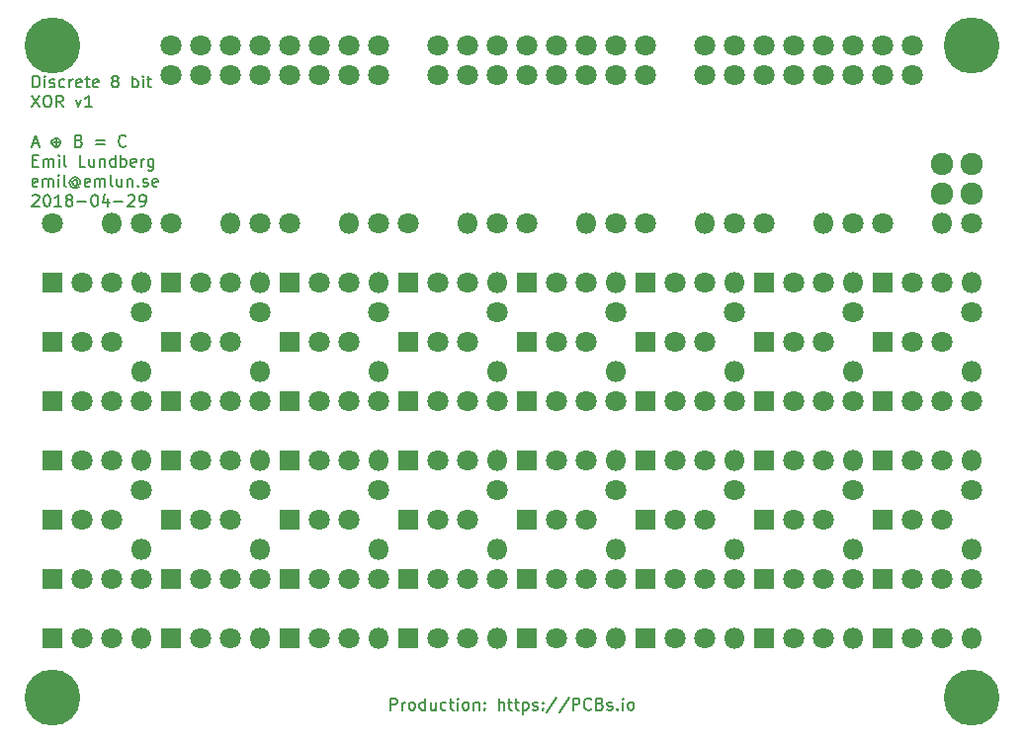
<source format=gts>
G04 #@! TF.FileFunction,Soldermask,Top*
%FSLAX46Y46*%
G04 Gerber Fmt 4.6, Leading zero omitted, Abs format (unit mm)*
G04 Created by KiCad (PCBNEW 4.0.7) date Mon Apr 30 03:51:18 2018*
%MOMM*%
%LPD*%
G01*
G04 APERTURE LIST*
%ADD10C,0.100000*%
%ADD11C,0.200000*%
%ADD12C,1.924000*%
%ADD13C,1.800000*%
%ADD14R,1.800000X1.800000*%
%ADD15O,1.800000X1.800000*%
%ADD16C,4.800000*%
G04 APERTURE END LIST*
D10*
D11*
X56905238Y-84907381D02*
X56905238Y-83907381D01*
X57286191Y-83907381D01*
X57381429Y-83955000D01*
X57429048Y-84002619D01*
X57476667Y-84097857D01*
X57476667Y-84240714D01*
X57429048Y-84335952D01*
X57381429Y-84383571D01*
X57286191Y-84431190D01*
X56905238Y-84431190D01*
X57905238Y-84907381D02*
X57905238Y-84240714D01*
X57905238Y-84431190D02*
X57952857Y-84335952D01*
X58000476Y-84288333D01*
X58095714Y-84240714D01*
X58190953Y-84240714D01*
X58667143Y-84907381D02*
X58571905Y-84859762D01*
X58524286Y-84812143D01*
X58476667Y-84716905D01*
X58476667Y-84431190D01*
X58524286Y-84335952D01*
X58571905Y-84288333D01*
X58667143Y-84240714D01*
X58810001Y-84240714D01*
X58905239Y-84288333D01*
X58952858Y-84335952D01*
X59000477Y-84431190D01*
X59000477Y-84716905D01*
X58952858Y-84812143D01*
X58905239Y-84859762D01*
X58810001Y-84907381D01*
X58667143Y-84907381D01*
X59857620Y-84907381D02*
X59857620Y-83907381D01*
X59857620Y-84859762D02*
X59762382Y-84907381D01*
X59571905Y-84907381D01*
X59476667Y-84859762D01*
X59429048Y-84812143D01*
X59381429Y-84716905D01*
X59381429Y-84431190D01*
X59429048Y-84335952D01*
X59476667Y-84288333D01*
X59571905Y-84240714D01*
X59762382Y-84240714D01*
X59857620Y-84288333D01*
X60762382Y-84240714D02*
X60762382Y-84907381D01*
X60333810Y-84240714D02*
X60333810Y-84764524D01*
X60381429Y-84859762D01*
X60476667Y-84907381D01*
X60619525Y-84907381D01*
X60714763Y-84859762D01*
X60762382Y-84812143D01*
X61667144Y-84859762D02*
X61571906Y-84907381D01*
X61381429Y-84907381D01*
X61286191Y-84859762D01*
X61238572Y-84812143D01*
X61190953Y-84716905D01*
X61190953Y-84431190D01*
X61238572Y-84335952D01*
X61286191Y-84288333D01*
X61381429Y-84240714D01*
X61571906Y-84240714D01*
X61667144Y-84288333D01*
X61952858Y-84240714D02*
X62333810Y-84240714D01*
X62095715Y-83907381D02*
X62095715Y-84764524D01*
X62143334Y-84859762D01*
X62238572Y-84907381D01*
X62333810Y-84907381D01*
X62667144Y-84907381D02*
X62667144Y-84240714D01*
X62667144Y-83907381D02*
X62619525Y-83955000D01*
X62667144Y-84002619D01*
X62714763Y-83955000D01*
X62667144Y-83907381D01*
X62667144Y-84002619D01*
X63286191Y-84907381D02*
X63190953Y-84859762D01*
X63143334Y-84812143D01*
X63095715Y-84716905D01*
X63095715Y-84431190D01*
X63143334Y-84335952D01*
X63190953Y-84288333D01*
X63286191Y-84240714D01*
X63429049Y-84240714D01*
X63524287Y-84288333D01*
X63571906Y-84335952D01*
X63619525Y-84431190D01*
X63619525Y-84716905D01*
X63571906Y-84812143D01*
X63524287Y-84859762D01*
X63429049Y-84907381D01*
X63286191Y-84907381D01*
X64048096Y-84240714D02*
X64048096Y-84907381D01*
X64048096Y-84335952D02*
X64095715Y-84288333D01*
X64190953Y-84240714D01*
X64333811Y-84240714D01*
X64429049Y-84288333D01*
X64476668Y-84383571D01*
X64476668Y-84907381D01*
X64952858Y-84812143D02*
X65000477Y-84859762D01*
X64952858Y-84907381D01*
X64905239Y-84859762D01*
X64952858Y-84812143D01*
X64952858Y-84907381D01*
X64952858Y-84288333D02*
X65000477Y-84335952D01*
X64952858Y-84383571D01*
X64905239Y-84335952D01*
X64952858Y-84288333D01*
X64952858Y-84383571D01*
X66190953Y-84907381D02*
X66190953Y-83907381D01*
X66619525Y-84907381D02*
X66619525Y-84383571D01*
X66571906Y-84288333D01*
X66476668Y-84240714D01*
X66333810Y-84240714D01*
X66238572Y-84288333D01*
X66190953Y-84335952D01*
X66952858Y-84240714D02*
X67333810Y-84240714D01*
X67095715Y-83907381D02*
X67095715Y-84764524D01*
X67143334Y-84859762D01*
X67238572Y-84907381D01*
X67333810Y-84907381D01*
X67524287Y-84240714D02*
X67905239Y-84240714D01*
X67667144Y-83907381D02*
X67667144Y-84764524D01*
X67714763Y-84859762D01*
X67810001Y-84907381D01*
X67905239Y-84907381D01*
X68238573Y-84240714D02*
X68238573Y-85240714D01*
X68238573Y-84288333D02*
X68333811Y-84240714D01*
X68524288Y-84240714D01*
X68619526Y-84288333D01*
X68667145Y-84335952D01*
X68714764Y-84431190D01*
X68714764Y-84716905D01*
X68667145Y-84812143D01*
X68619526Y-84859762D01*
X68524288Y-84907381D01*
X68333811Y-84907381D01*
X68238573Y-84859762D01*
X69095716Y-84859762D02*
X69190954Y-84907381D01*
X69381430Y-84907381D01*
X69476669Y-84859762D01*
X69524288Y-84764524D01*
X69524288Y-84716905D01*
X69476669Y-84621667D01*
X69381430Y-84574048D01*
X69238573Y-84574048D01*
X69143335Y-84526429D01*
X69095716Y-84431190D01*
X69095716Y-84383571D01*
X69143335Y-84288333D01*
X69238573Y-84240714D01*
X69381430Y-84240714D01*
X69476669Y-84288333D01*
X69952859Y-84812143D02*
X70000478Y-84859762D01*
X69952859Y-84907381D01*
X69905240Y-84859762D01*
X69952859Y-84812143D01*
X69952859Y-84907381D01*
X69952859Y-84288333D02*
X70000478Y-84335952D01*
X69952859Y-84383571D01*
X69905240Y-84335952D01*
X69952859Y-84288333D01*
X69952859Y-84383571D01*
X71143335Y-83859762D02*
X70286192Y-85145476D01*
X72190954Y-83859762D02*
X71333811Y-85145476D01*
X72524287Y-84907381D02*
X72524287Y-83907381D01*
X72905240Y-83907381D01*
X73000478Y-83955000D01*
X73048097Y-84002619D01*
X73095716Y-84097857D01*
X73095716Y-84240714D01*
X73048097Y-84335952D01*
X73000478Y-84383571D01*
X72905240Y-84431190D01*
X72524287Y-84431190D01*
X74095716Y-84812143D02*
X74048097Y-84859762D01*
X73905240Y-84907381D01*
X73810002Y-84907381D01*
X73667144Y-84859762D01*
X73571906Y-84764524D01*
X73524287Y-84669286D01*
X73476668Y-84478810D01*
X73476668Y-84335952D01*
X73524287Y-84145476D01*
X73571906Y-84050238D01*
X73667144Y-83955000D01*
X73810002Y-83907381D01*
X73905240Y-83907381D01*
X74048097Y-83955000D01*
X74095716Y-84002619D01*
X74857621Y-84383571D02*
X75000478Y-84431190D01*
X75048097Y-84478810D01*
X75095716Y-84574048D01*
X75095716Y-84716905D01*
X75048097Y-84812143D01*
X75000478Y-84859762D01*
X74905240Y-84907381D01*
X74524287Y-84907381D01*
X74524287Y-83907381D01*
X74857621Y-83907381D01*
X74952859Y-83955000D01*
X75000478Y-84002619D01*
X75048097Y-84097857D01*
X75048097Y-84193095D01*
X75000478Y-84288333D01*
X74952859Y-84335952D01*
X74857621Y-84383571D01*
X74524287Y-84383571D01*
X75476668Y-84859762D02*
X75571906Y-84907381D01*
X75762382Y-84907381D01*
X75857621Y-84859762D01*
X75905240Y-84764524D01*
X75905240Y-84716905D01*
X75857621Y-84621667D01*
X75762382Y-84574048D01*
X75619525Y-84574048D01*
X75524287Y-84526429D01*
X75476668Y-84431190D01*
X75476668Y-84383571D01*
X75524287Y-84288333D01*
X75619525Y-84240714D01*
X75762382Y-84240714D01*
X75857621Y-84288333D01*
X76333811Y-84812143D02*
X76381430Y-84859762D01*
X76333811Y-84907381D01*
X76286192Y-84859762D01*
X76333811Y-84812143D01*
X76333811Y-84907381D01*
X76810001Y-84907381D02*
X76810001Y-84240714D01*
X76810001Y-83907381D02*
X76762382Y-83955000D01*
X76810001Y-84002619D01*
X76857620Y-83955000D01*
X76810001Y-83907381D01*
X76810001Y-84002619D01*
X77429048Y-84907381D02*
X77333810Y-84859762D01*
X77286191Y-84812143D01*
X77238572Y-84716905D01*
X77238572Y-84431190D01*
X77286191Y-84335952D01*
X77333810Y-84288333D01*
X77429048Y-84240714D01*
X77571906Y-84240714D01*
X77667144Y-84288333D01*
X77714763Y-84335952D01*
X77762382Y-84431190D01*
X77762382Y-84716905D01*
X77714763Y-84812143D01*
X77667144Y-84859762D01*
X77571906Y-84907381D01*
X77429048Y-84907381D01*
X26273095Y-31547381D02*
X26273095Y-30547381D01*
X26511190Y-30547381D01*
X26654048Y-30595000D01*
X26749286Y-30690238D01*
X26796905Y-30785476D01*
X26844524Y-30975952D01*
X26844524Y-31118810D01*
X26796905Y-31309286D01*
X26749286Y-31404524D01*
X26654048Y-31499762D01*
X26511190Y-31547381D01*
X26273095Y-31547381D01*
X27273095Y-31547381D02*
X27273095Y-30880714D01*
X27273095Y-30547381D02*
X27225476Y-30595000D01*
X27273095Y-30642619D01*
X27320714Y-30595000D01*
X27273095Y-30547381D01*
X27273095Y-30642619D01*
X27701666Y-31499762D02*
X27796904Y-31547381D01*
X27987380Y-31547381D01*
X28082619Y-31499762D01*
X28130238Y-31404524D01*
X28130238Y-31356905D01*
X28082619Y-31261667D01*
X27987380Y-31214048D01*
X27844523Y-31214048D01*
X27749285Y-31166429D01*
X27701666Y-31071190D01*
X27701666Y-31023571D01*
X27749285Y-30928333D01*
X27844523Y-30880714D01*
X27987380Y-30880714D01*
X28082619Y-30928333D01*
X28987381Y-31499762D02*
X28892143Y-31547381D01*
X28701666Y-31547381D01*
X28606428Y-31499762D01*
X28558809Y-31452143D01*
X28511190Y-31356905D01*
X28511190Y-31071190D01*
X28558809Y-30975952D01*
X28606428Y-30928333D01*
X28701666Y-30880714D01*
X28892143Y-30880714D01*
X28987381Y-30928333D01*
X29415952Y-31547381D02*
X29415952Y-30880714D01*
X29415952Y-31071190D02*
X29463571Y-30975952D01*
X29511190Y-30928333D01*
X29606428Y-30880714D01*
X29701667Y-30880714D01*
X30415953Y-31499762D02*
X30320715Y-31547381D01*
X30130238Y-31547381D01*
X30035000Y-31499762D01*
X29987381Y-31404524D01*
X29987381Y-31023571D01*
X30035000Y-30928333D01*
X30130238Y-30880714D01*
X30320715Y-30880714D01*
X30415953Y-30928333D01*
X30463572Y-31023571D01*
X30463572Y-31118810D01*
X29987381Y-31214048D01*
X30749286Y-30880714D02*
X31130238Y-30880714D01*
X30892143Y-30547381D02*
X30892143Y-31404524D01*
X30939762Y-31499762D01*
X31035000Y-31547381D01*
X31130238Y-31547381D01*
X31844525Y-31499762D02*
X31749287Y-31547381D01*
X31558810Y-31547381D01*
X31463572Y-31499762D01*
X31415953Y-31404524D01*
X31415953Y-31023571D01*
X31463572Y-30928333D01*
X31558810Y-30880714D01*
X31749287Y-30880714D01*
X31844525Y-30928333D01*
X31892144Y-31023571D01*
X31892144Y-31118810D01*
X31415953Y-31214048D01*
X33225477Y-30975952D02*
X33130239Y-30928333D01*
X33082620Y-30880714D01*
X33035001Y-30785476D01*
X33035001Y-30737857D01*
X33082620Y-30642619D01*
X33130239Y-30595000D01*
X33225477Y-30547381D01*
X33415954Y-30547381D01*
X33511192Y-30595000D01*
X33558811Y-30642619D01*
X33606430Y-30737857D01*
X33606430Y-30785476D01*
X33558811Y-30880714D01*
X33511192Y-30928333D01*
X33415954Y-30975952D01*
X33225477Y-30975952D01*
X33130239Y-31023571D01*
X33082620Y-31071190D01*
X33035001Y-31166429D01*
X33035001Y-31356905D01*
X33082620Y-31452143D01*
X33130239Y-31499762D01*
X33225477Y-31547381D01*
X33415954Y-31547381D01*
X33511192Y-31499762D01*
X33558811Y-31452143D01*
X33606430Y-31356905D01*
X33606430Y-31166429D01*
X33558811Y-31071190D01*
X33511192Y-31023571D01*
X33415954Y-30975952D01*
X34796906Y-31547381D02*
X34796906Y-30547381D01*
X34796906Y-30928333D02*
X34892144Y-30880714D01*
X35082621Y-30880714D01*
X35177859Y-30928333D01*
X35225478Y-30975952D01*
X35273097Y-31071190D01*
X35273097Y-31356905D01*
X35225478Y-31452143D01*
X35177859Y-31499762D01*
X35082621Y-31547381D01*
X34892144Y-31547381D01*
X34796906Y-31499762D01*
X35701668Y-31547381D02*
X35701668Y-30880714D01*
X35701668Y-30547381D02*
X35654049Y-30595000D01*
X35701668Y-30642619D01*
X35749287Y-30595000D01*
X35701668Y-30547381D01*
X35701668Y-30642619D01*
X36035001Y-30880714D02*
X36415953Y-30880714D01*
X36177858Y-30547381D02*
X36177858Y-31404524D01*
X36225477Y-31499762D01*
X36320715Y-31547381D01*
X36415953Y-31547381D01*
X26177857Y-32247381D02*
X26844524Y-33247381D01*
X26844524Y-32247381D02*
X26177857Y-33247381D01*
X27415952Y-32247381D02*
X27606429Y-32247381D01*
X27701667Y-32295000D01*
X27796905Y-32390238D01*
X27844524Y-32580714D01*
X27844524Y-32914048D01*
X27796905Y-33104524D01*
X27701667Y-33199762D01*
X27606429Y-33247381D01*
X27415952Y-33247381D01*
X27320714Y-33199762D01*
X27225476Y-33104524D01*
X27177857Y-32914048D01*
X27177857Y-32580714D01*
X27225476Y-32390238D01*
X27320714Y-32295000D01*
X27415952Y-32247381D01*
X28844524Y-33247381D02*
X28511190Y-32771190D01*
X28273095Y-33247381D02*
X28273095Y-32247381D01*
X28654048Y-32247381D01*
X28749286Y-32295000D01*
X28796905Y-32342619D01*
X28844524Y-32437857D01*
X28844524Y-32580714D01*
X28796905Y-32675952D01*
X28749286Y-32723571D01*
X28654048Y-32771190D01*
X28273095Y-32771190D01*
X29939762Y-32580714D02*
X30177857Y-33247381D01*
X30415953Y-32580714D01*
X31320715Y-33247381D02*
X30749286Y-33247381D01*
X31035000Y-33247381D02*
X31035000Y-32247381D01*
X30939762Y-32390238D01*
X30844524Y-32485476D01*
X30749286Y-32533095D01*
X26225476Y-36361667D02*
X26701667Y-36361667D01*
X26130238Y-36647381D02*
X26463571Y-35647381D01*
X26796905Y-36647381D01*
X28177858Y-35885476D02*
X28368334Y-35885476D01*
X28558810Y-35980714D01*
X28654048Y-36171190D01*
X28654048Y-36361667D01*
X28558810Y-36552143D01*
X28368334Y-36647381D01*
X28177858Y-36647381D01*
X27987381Y-36552143D01*
X27892143Y-36361667D01*
X27892143Y-36171190D01*
X27987381Y-35980714D01*
X28177858Y-35885476D01*
X27987381Y-36266429D02*
X28558810Y-36266429D01*
X28273096Y-35980714D02*
X28273096Y-36552143D01*
X30225477Y-36123571D02*
X30368334Y-36171190D01*
X30415953Y-36218810D01*
X30463572Y-36314048D01*
X30463572Y-36456905D01*
X30415953Y-36552143D01*
X30368334Y-36599762D01*
X30273096Y-36647381D01*
X29892143Y-36647381D01*
X29892143Y-35647381D01*
X30225477Y-35647381D01*
X30320715Y-35695000D01*
X30368334Y-35742619D01*
X30415953Y-35837857D01*
X30415953Y-35933095D01*
X30368334Y-36028333D01*
X30320715Y-36075952D01*
X30225477Y-36123571D01*
X29892143Y-36123571D01*
X31654048Y-36123571D02*
X32415953Y-36123571D01*
X32415953Y-36409286D02*
X31654048Y-36409286D01*
X34225477Y-36552143D02*
X34177858Y-36599762D01*
X34035001Y-36647381D01*
X33939763Y-36647381D01*
X33796905Y-36599762D01*
X33701667Y-36504524D01*
X33654048Y-36409286D01*
X33606429Y-36218810D01*
X33606429Y-36075952D01*
X33654048Y-35885476D01*
X33701667Y-35790238D01*
X33796905Y-35695000D01*
X33939763Y-35647381D01*
X34035001Y-35647381D01*
X34177858Y-35695000D01*
X34225477Y-35742619D01*
X26273095Y-37823571D02*
X26606429Y-37823571D01*
X26749286Y-38347381D02*
X26273095Y-38347381D01*
X26273095Y-37347381D01*
X26749286Y-37347381D01*
X27177857Y-38347381D02*
X27177857Y-37680714D01*
X27177857Y-37775952D02*
X27225476Y-37728333D01*
X27320714Y-37680714D01*
X27463572Y-37680714D01*
X27558810Y-37728333D01*
X27606429Y-37823571D01*
X27606429Y-38347381D01*
X27606429Y-37823571D02*
X27654048Y-37728333D01*
X27749286Y-37680714D01*
X27892143Y-37680714D01*
X27987381Y-37728333D01*
X28035000Y-37823571D01*
X28035000Y-38347381D01*
X28511190Y-38347381D02*
X28511190Y-37680714D01*
X28511190Y-37347381D02*
X28463571Y-37395000D01*
X28511190Y-37442619D01*
X28558809Y-37395000D01*
X28511190Y-37347381D01*
X28511190Y-37442619D01*
X29130237Y-38347381D02*
X29034999Y-38299762D01*
X28987380Y-38204524D01*
X28987380Y-37347381D01*
X30749286Y-38347381D02*
X30273095Y-38347381D01*
X30273095Y-37347381D01*
X31511191Y-37680714D02*
X31511191Y-38347381D01*
X31082619Y-37680714D02*
X31082619Y-38204524D01*
X31130238Y-38299762D01*
X31225476Y-38347381D01*
X31368334Y-38347381D01*
X31463572Y-38299762D01*
X31511191Y-38252143D01*
X31987381Y-37680714D02*
X31987381Y-38347381D01*
X31987381Y-37775952D02*
X32035000Y-37728333D01*
X32130238Y-37680714D01*
X32273096Y-37680714D01*
X32368334Y-37728333D01*
X32415953Y-37823571D01*
X32415953Y-38347381D01*
X33320715Y-38347381D02*
X33320715Y-37347381D01*
X33320715Y-38299762D02*
X33225477Y-38347381D01*
X33035000Y-38347381D01*
X32939762Y-38299762D01*
X32892143Y-38252143D01*
X32844524Y-38156905D01*
X32844524Y-37871190D01*
X32892143Y-37775952D01*
X32939762Y-37728333D01*
X33035000Y-37680714D01*
X33225477Y-37680714D01*
X33320715Y-37728333D01*
X33796905Y-38347381D02*
X33796905Y-37347381D01*
X33796905Y-37728333D02*
X33892143Y-37680714D01*
X34082620Y-37680714D01*
X34177858Y-37728333D01*
X34225477Y-37775952D01*
X34273096Y-37871190D01*
X34273096Y-38156905D01*
X34225477Y-38252143D01*
X34177858Y-38299762D01*
X34082620Y-38347381D01*
X33892143Y-38347381D01*
X33796905Y-38299762D01*
X35082620Y-38299762D02*
X34987382Y-38347381D01*
X34796905Y-38347381D01*
X34701667Y-38299762D01*
X34654048Y-38204524D01*
X34654048Y-37823571D01*
X34701667Y-37728333D01*
X34796905Y-37680714D01*
X34987382Y-37680714D01*
X35082620Y-37728333D01*
X35130239Y-37823571D01*
X35130239Y-37918810D01*
X34654048Y-38014048D01*
X35558810Y-38347381D02*
X35558810Y-37680714D01*
X35558810Y-37871190D02*
X35606429Y-37775952D01*
X35654048Y-37728333D01*
X35749286Y-37680714D01*
X35844525Y-37680714D01*
X36606430Y-37680714D02*
X36606430Y-38490238D01*
X36558811Y-38585476D01*
X36511192Y-38633095D01*
X36415953Y-38680714D01*
X36273096Y-38680714D01*
X36177858Y-38633095D01*
X36606430Y-38299762D02*
X36511192Y-38347381D01*
X36320715Y-38347381D01*
X36225477Y-38299762D01*
X36177858Y-38252143D01*
X36130239Y-38156905D01*
X36130239Y-37871190D01*
X36177858Y-37775952D01*
X36225477Y-37728333D01*
X36320715Y-37680714D01*
X36511192Y-37680714D01*
X36606430Y-37728333D01*
X26654048Y-39999762D02*
X26558810Y-40047381D01*
X26368333Y-40047381D01*
X26273095Y-39999762D01*
X26225476Y-39904524D01*
X26225476Y-39523571D01*
X26273095Y-39428333D01*
X26368333Y-39380714D01*
X26558810Y-39380714D01*
X26654048Y-39428333D01*
X26701667Y-39523571D01*
X26701667Y-39618810D01*
X26225476Y-39714048D01*
X27130238Y-40047381D02*
X27130238Y-39380714D01*
X27130238Y-39475952D02*
X27177857Y-39428333D01*
X27273095Y-39380714D01*
X27415953Y-39380714D01*
X27511191Y-39428333D01*
X27558810Y-39523571D01*
X27558810Y-40047381D01*
X27558810Y-39523571D02*
X27606429Y-39428333D01*
X27701667Y-39380714D01*
X27844524Y-39380714D01*
X27939762Y-39428333D01*
X27987381Y-39523571D01*
X27987381Y-40047381D01*
X28463571Y-40047381D02*
X28463571Y-39380714D01*
X28463571Y-39047381D02*
X28415952Y-39095000D01*
X28463571Y-39142619D01*
X28511190Y-39095000D01*
X28463571Y-39047381D01*
X28463571Y-39142619D01*
X29082618Y-40047381D02*
X28987380Y-39999762D01*
X28939761Y-39904524D01*
X28939761Y-39047381D01*
X30082619Y-39571190D02*
X30035000Y-39523571D01*
X29939762Y-39475952D01*
X29844524Y-39475952D01*
X29749286Y-39523571D01*
X29701666Y-39571190D01*
X29654047Y-39666429D01*
X29654047Y-39761667D01*
X29701666Y-39856905D01*
X29749286Y-39904524D01*
X29844524Y-39952143D01*
X29939762Y-39952143D01*
X30035000Y-39904524D01*
X30082619Y-39856905D01*
X30082619Y-39475952D02*
X30082619Y-39856905D01*
X30130238Y-39904524D01*
X30177857Y-39904524D01*
X30273095Y-39856905D01*
X30320714Y-39761667D01*
X30320714Y-39523571D01*
X30225476Y-39380714D01*
X30082619Y-39285476D01*
X29892143Y-39237857D01*
X29701666Y-39285476D01*
X29558809Y-39380714D01*
X29463571Y-39523571D01*
X29415952Y-39714048D01*
X29463571Y-39904524D01*
X29558809Y-40047381D01*
X29701666Y-40142619D01*
X29892143Y-40190238D01*
X30082619Y-40142619D01*
X30225476Y-40047381D01*
X31130238Y-39999762D02*
X31035000Y-40047381D01*
X30844523Y-40047381D01*
X30749285Y-39999762D01*
X30701666Y-39904524D01*
X30701666Y-39523571D01*
X30749285Y-39428333D01*
X30844523Y-39380714D01*
X31035000Y-39380714D01*
X31130238Y-39428333D01*
X31177857Y-39523571D01*
X31177857Y-39618810D01*
X30701666Y-39714048D01*
X31606428Y-40047381D02*
X31606428Y-39380714D01*
X31606428Y-39475952D02*
X31654047Y-39428333D01*
X31749285Y-39380714D01*
X31892143Y-39380714D01*
X31987381Y-39428333D01*
X32035000Y-39523571D01*
X32035000Y-40047381D01*
X32035000Y-39523571D02*
X32082619Y-39428333D01*
X32177857Y-39380714D01*
X32320714Y-39380714D01*
X32415952Y-39428333D01*
X32463571Y-39523571D01*
X32463571Y-40047381D01*
X33082618Y-40047381D02*
X32987380Y-39999762D01*
X32939761Y-39904524D01*
X32939761Y-39047381D01*
X33892143Y-39380714D02*
X33892143Y-40047381D01*
X33463571Y-39380714D02*
X33463571Y-39904524D01*
X33511190Y-39999762D01*
X33606428Y-40047381D01*
X33749286Y-40047381D01*
X33844524Y-39999762D01*
X33892143Y-39952143D01*
X34368333Y-39380714D02*
X34368333Y-40047381D01*
X34368333Y-39475952D02*
X34415952Y-39428333D01*
X34511190Y-39380714D01*
X34654048Y-39380714D01*
X34749286Y-39428333D01*
X34796905Y-39523571D01*
X34796905Y-40047381D01*
X35273095Y-39952143D02*
X35320714Y-39999762D01*
X35273095Y-40047381D01*
X35225476Y-39999762D01*
X35273095Y-39952143D01*
X35273095Y-40047381D01*
X35701666Y-39999762D02*
X35796904Y-40047381D01*
X35987380Y-40047381D01*
X36082619Y-39999762D01*
X36130238Y-39904524D01*
X36130238Y-39856905D01*
X36082619Y-39761667D01*
X35987380Y-39714048D01*
X35844523Y-39714048D01*
X35749285Y-39666429D01*
X35701666Y-39571190D01*
X35701666Y-39523571D01*
X35749285Y-39428333D01*
X35844523Y-39380714D01*
X35987380Y-39380714D01*
X36082619Y-39428333D01*
X36939762Y-39999762D02*
X36844524Y-40047381D01*
X36654047Y-40047381D01*
X36558809Y-39999762D01*
X36511190Y-39904524D01*
X36511190Y-39523571D01*
X36558809Y-39428333D01*
X36654047Y-39380714D01*
X36844524Y-39380714D01*
X36939762Y-39428333D01*
X36987381Y-39523571D01*
X36987381Y-39618810D01*
X36511190Y-39714048D01*
X26225476Y-40842619D02*
X26273095Y-40795000D01*
X26368333Y-40747381D01*
X26606429Y-40747381D01*
X26701667Y-40795000D01*
X26749286Y-40842619D01*
X26796905Y-40937857D01*
X26796905Y-41033095D01*
X26749286Y-41175952D01*
X26177857Y-41747381D01*
X26796905Y-41747381D01*
X27415952Y-40747381D02*
X27511191Y-40747381D01*
X27606429Y-40795000D01*
X27654048Y-40842619D01*
X27701667Y-40937857D01*
X27749286Y-41128333D01*
X27749286Y-41366429D01*
X27701667Y-41556905D01*
X27654048Y-41652143D01*
X27606429Y-41699762D01*
X27511191Y-41747381D01*
X27415952Y-41747381D01*
X27320714Y-41699762D01*
X27273095Y-41652143D01*
X27225476Y-41556905D01*
X27177857Y-41366429D01*
X27177857Y-41128333D01*
X27225476Y-40937857D01*
X27273095Y-40842619D01*
X27320714Y-40795000D01*
X27415952Y-40747381D01*
X28701667Y-41747381D02*
X28130238Y-41747381D01*
X28415952Y-41747381D02*
X28415952Y-40747381D01*
X28320714Y-40890238D01*
X28225476Y-40985476D01*
X28130238Y-41033095D01*
X29273095Y-41175952D02*
X29177857Y-41128333D01*
X29130238Y-41080714D01*
X29082619Y-40985476D01*
X29082619Y-40937857D01*
X29130238Y-40842619D01*
X29177857Y-40795000D01*
X29273095Y-40747381D01*
X29463572Y-40747381D01*
X29558810Y-40795000D01*
X29606429Y-40842619D01*
X29654048Y-40937857D01*
X29654048Y-40985476D01*
X29606429Y-41080714D01*
X29558810Y-41128333D01*
X29463572Y-41175952D01*
X29273095Y-41175952D01*
X29177857Y-41223571D01*
X29130238Y-41271190D01*
X29082619Y-41366429D01*
X29082619Y-41556905D01*
X29130238Y-41652143D01*
X29177857Y-41699762D01*
X29273095Y-41747381D01*
X29463572Y-41747381D01*
X29558810Y-41699762D01*
X29606429Y-41652143D01*
X29654048Y-41556905D01*
X29654048Y-41366429D01*
X29606429Y-41271190D01*
X29558810Y-41223571D01*
X29463572Y-41175952D01*
X30082619Y-41366429D02*
X30844524Y-41366429D01*
X31511190Y-40747381D02*
X31606429Y-40747381D01*
X31701667Y-40795000D01*
X31749286Y-40842619D01*
X31796905Y-40937857D01*
X31844524Y-41128333D01*
X31844524Y-41366429D01*
X31796905Y-41556905D01*
X31749286Y-41652143D01*
X31701667Y-41699762D01*
X31606429Y-41747381D01*
X31511190Y-41747381D01*
X31415952Y-41699762D01*
X31368333Y-41652143D01*
X31320714Y-41556905D01*
X31273095Y-41366429D01*
X31273095Y-41128333D01*
X31320714Y-40937857D01*
X31368333Y-40842619D01*
X31415952Y-40795000D01*
X31511190Y-40747381D01*
X32701667Y-41080714D02*
X32701667Y-41747381D01*
X32463571Y-40699762D02*
X32225476Y-41414048D01*
X32844524Y-41414048D01*
X33225476Y-41366429D02*
X33987381Y-41366429D01*
X34415952Y-40842619D02*
X34463571Y-40795000D01*
X34558809Y-40747381D01*
X34796905Y-40747381D01*
X34892143Y-40795000D01*
X34939762Y-40842619D01*
X34987381Y-40937857D01*
X34987381Y-41033095D01*
X34939762Y-41175952D01*
X34368333Y-41747381D01*
X34987381Y-41747381D01*
X35463571Y-41747381D02*
X35654047Y-41747381D01*
X35749286Y-41699762D01*
X35796905Y-41652143D01*
X35892143Y-41509286D01*
X35939762Y-41318810D01*
X35939762Y-40937857D01*
X35892143Y-40842619D01*
X35844524Y-40795000D01*
X35749286Y-40747381D01*
X35558809Y-40747381D01*
X35463571Y-40795000D01*
X35415952Y-40842619D01*
X35368333Y-40937857D01*
X35368333Y-41175952D01*
X35415952Y-41271190D01*
X35463571Y-41318810D01*
X35558809Y-41366429D01*
X35749286Y-41366429D01*
X35844524Y-41318810D01*
X35892143Y-41271190D01*
X35939762Y-41175952D01*
D12*
X104140000Y-38100000D03*
X106680000Y-38100000D03*
D13*
X83820000Y-30480000D03*
X86360000Y-30480000D03*
X88900000Y-30480000D03*
X91440000Y-30480000D03*
X93980000Y-30480000D03*
X96520000Y-30480000D03*
X99060000Y-30480000D03*
X101600000Y-30480000D03*
X83820000Y-27940000D03*
X86360000Y-27940000D03*
X88900000Y-27940000D03*
X91440000Y-27940000D03*
X93980000Y-27940000D03*
X96520000Y-27940000D03*
X99060000Y-27940000D03*
X101600000Y-27940000D03*
X38100000Y-30480000D03*
X40640000Y-30480000D03*
X43180000Y-30480000D03*
X45720000Y-30480000D03*
X48260000Y-30480000D03*
X50800000Y-30480000D03*
X53340000Y-30480000D03*
X55880000Y-30480000D03*
D12*
X104140000Y-40640000D03*
X106680000Y-40640000D03*
D13*
X38100000Y-27940000D03*
X40640000Y-27940000D03*
X43180000Y-27940000D03*
X45720000Y-27940000D03*
X48260000Y-27940000D03*
X50800000Y-27940000D03*
X53340000Y-27940000D03*
X55880000Y-27940000D03*
X101600000Y-58420000D03*
X104140000Y-58420000D03*
D14*
X99060000Y-58420000D03*
D13*
X101600000Y-68580000D03*
X104140000Y-68580000D03*
D14*
X99060000Y-68580000D03*
D13*
X101600000Y-63500000D03*
X104140000Y-63500000D03*
D14*
X99060000Y-63500000D03*
D13*
X101600000Y-73660000D03*
X104140000Y-73660000D03*
D14*
X99060000Y-73660000D03*
D13*
X101600000Y-78740000D03*
X104140000Y-78740000D03*
D14*
X99060000Y-78740000D03*
D13*
X101600000Y-53340000D03*
X104140000Y-53340000D03*
D14*
X99060000Y-53340000D03*
D13*
X91440000Y-58420000D03*
X93980000Y-58420000D03*
D14*
X88900000Y-58420000D03*
D13*
X91440000Y-68580000D03*
X93980000Y-68580000D03*
D14*
X88900000Y-68580000D03*
D13*
X91440000Y-63500000D03*
X93980000Y-63500000D03*
D14*
X88900000Y-63500000D03*
D13*
X91440000Y-73660000D03*
X93980000Y-73660000D03*
D14*
X88900000Y-73660000D03*
D13*
X91440000Y-78740000D03*
X93980000Y-78740000D03*
D14*
X88900000Y-78740000D03*
D13*
X91440000Y-53340000D03*
X93980000Y-53340000D03*
D14*
X88900000Y-53340000D03*
D13*
X91440000Y-48260000D03*
X93980000Y-48260000D03*
D14*
X88900000Y-48260000D03*
D13*
X81280000Y-58420000D03*
X83820000Y-58420000D03*
D14*
X78740000Y-58420000D03*
D13*
X81280000Y-68580000D03*
X83820000Y-68580000D03*
D14*
X78740000Y-68580000D03*
D13*
X81280000Y-63500000D03*
X83820000Y-63500000D03*
D14*
X78740000Y-63500000D03*
D13*
X81280000Y-73660000D03*
X83820000Y-73660000D03*
D14*
X78740000Y-73660000D03*
D13*
X81280000Y-78740000D03*
X83820000Y-78740000D03*
D14*
X78740000Y-78740000D03*
D13*
X81280000Y-53340000D03*
X83820000Y-53340000D03*
D14*
X78740000Y-53340000D03*
D13*
X81280000Y-48260000D03*
X83820000Y-48260000D03*
D14*
X78740000Y-48260000D03*
D13*
X71120000Y-58420000D03*
X73660000Y-58420000D03*
D14*
X68580000Y-58420000D03*
D13*
X71120000Y-68580000D03*
X73660000Y-68580000D03*
D14*
X68580000Y-68580000D03*
D13*
X71120000Y-63500000D03*
X73660000Y-63500000D03*
D14*
X68580000Y-63500000D03*
D13*
X71120000Y-73660000D03*
X73660000Y-73660000D03*
D14*
X68580000Y-73660000D03*
D13*
X71120000Y-78740000D03*
X73660000Y-78740000D03*
D14*
X68580000Y-78740000D03*
D13*
X71120000Y-53340000D03*
X73660000Y-53340000D03*
D14*
X68580000Y-53340000D03*
D13*
X71120000Y-48260000D03*
X73660000Y-48260000D03*
D14*
X68580000Y-48260000D03*
D13*
X60960000Y-58420000D03*
X63500000Y-58420000D03*
D14*
X58420000Y-58420000D03*
D13*
X60960000Y-68580000D03*
X63500000Y-68580000D03*
D14*
X58420000Y-68580000D03*
D13*
X60960000Y-63500000D03*
X63500000Y-63500000D03*
D14*
X58420000Y-63500000D03*
D13*
X60960000Y-73660000D03*
X63500000Y-73660000D03*
D14*
X58420000Y-73660000D03*
D13*
X60960000Y-78740000D03*
X63500000Y-78740000D03*
D14*
X58420000Y-78740000D03*
D13*
X60960000Y-53340000D03*
X63500000Y-53340000D03*
D14*
X58420000Y-53340000D03*
D13*
X60960000Y-48260000D03*
X63500000Y-48260000D03*
D14*
X58420000Y-48260000D03*
D13*
X50800000Y-58420000D03*
X53340000Y-58420000D03*
D14*
X48260000Y-58420000D03*
D13*
X50800000Y-68580000D03*
X53340000Y-68580000D03*
D14*
X48260000Y-68580000D03*
D13*
X50800000Y-63500000D03*
X53340000Y-63500000D03*
D14*
X48260000Y-63500000D03*
D13*
X50800000Y-73660000D03*
X53340000Y-73660000D03*
D14*
X48260000Y-73660000D03*
D13*
X50800000Y-78740000D03*
X53340000Y-78740000D03*
D14*
X48260000Y-78740000D03*
D13*
X50800000Y-53340000D03*
X53340000Y-53340000D03*
D14*
X48260000Y-53340000D03*
D13*
X50800000Y-48260000D03*
X53340000Y-48260000D03*
D14*
X48260000Y-48260000D03*
D13*
X40640000Y-58420000D03*
X43180000Y-58420000D03*
D14*
X38100000Y-58420000D03*
D13*
X40640000Y-68580000D03*
X43180000Y-68580000D03*
D14*
X38100000Y-68580000D03*
D13*
X40640000Y-63500000D03*
X43180000Y-63500000D03*
D14*
X38100000Y-63500000D03*
D13*
X40640000Y-73660000D03*
X43180000Y-73660000D03*
D14*
X38100000Y-73660000D03*
D13*
X40640000Y-78740000D03*
X43180000Y-78740000D03*
D14*
X38100000Y-78740000D03*
D13*
X40640000Y-53340000D03*
X43180000Y-53340000D03*
D14*
X38100000Y-53340000D03*
D13*
X40640000Y-48260000D03*
X43180000Y-48260000D03*
D14*
X38100000Y-48260000D03*
D13*
X30480000Y-58420000D03*
X33020000Y-58420000D03*
D14*
X27940000Y-58420000D03*
D13*
X30480000Y-68580000D03*
X33020000Y-68580000D03*
D14*
X27940000Y-68580000D03*
D13*
X30480000Y-63500000D03*
X33020000Y-63500000D03*
D14*
X27940000Y-63500000D03*
D13*
X30480000Y-73660000D03*
X33020000Y-73660000D03*
D14*
X27940000Y-73660000D03*
D13*
X30480000Y-78740000D03*
X33020000Y-78740000D03*
D14*
X27940000Y-78740000D03*
D13*
X30480000Y-53340000D03*
X33020000Y-53340000D03*
D14*
X27940000Y-53340000D03*
D13*
X30480000Y-48260000D03*
X33020000Y-48260000D03*
D14*
X27940000Y-48260000D03*
D13*
X101600000Y-48260000D03*
X104140000Y-48260000D03*
D14*
X99060000Y-48260000D03*
D13*
X60960000Y-27940000D03*
X63500000Y-27940000D03*
X66040000Y-27940000D03*
X68580000Y-27940000D03*
X71120000Y-27940000D03*
X73660000Y-27940000D03*
X76200000Y-27940000D03*
X78740000Y-27940000D03*
X60960000Y-30480000D03*
X63500000Y-30480000D03*
X66040000Y-30480000D03*
X68580000Y-30480000D03*
X71120000Y-30480000D03*
X73660000Y-30480000D03*
X76200000Y-30480000D03*
X78740000Y-30480000D03*
X106680000Y-58420000D03*
D15*
X106680000Y-63500000D03*
D13*
X106680000Y-50800000D03*
D15*
X106680000Y-55880000D03*
D13*
X106680000Y-43180000D03*
D15*
X106680000Y-48260000D03*
D13*
X106680000Y-66040000D03*
D15*
X106680000Y-71120000D03*
D13*
X106680000Y-73660000D03*
D15*
X106680000Y-78740000D03*
D13*
X99060000Y-43180000D03*
D15*
X104140000Y-43180000D03*
D13*
X96520000Y-58420000D03*
D15*
X96520000Y-63500000D03*
D13*
X96520000Y-50800000D03*
D15*
X96520000Y-55880000D03*
D13*
X96520000Y-43180000D03*
D15*
X96520000Y-48260000D03*
D13*
X96520000Y-66040000D03*
D15*
X96520000Y-71120000D03*
D13*
X96520000Y-73660000D03*
D15*
X96520000Y-78740000D03*
D13*
X88900000Y-43180000D03*
D15*
X93980000Y-43180000D03*
D13*
X86360000Y-58420000D03*
D15*
X86360000Y-63500000D03*
D13*
X86360000Y-50800000D03*
D15*
X86360000Y-55880000D03*
D13*
X86360000Y-43180000D03*
D15*
X86360000Y-48260000D03*
D13*
X86360000Y-66040000D03*
D15*
X86360000Y-71120000D03*
D13*
X86360000Y-73660000D03*
D15*
X86360000Y-78740000D03*
D13*
X78740000Y-43180000D03*
D15*
X83820000Y-43180000D03*
D13*
X76200000Y-58420000D03*
D15*
X76200000Y-63500000D03*
D13*
X76200000Y-50800000D03*
D15*
X76200000Y-55880000D03*
D13*
X76200000Y-43180000D03*
D15*
X76200000Y-48260000D03*
D13*
X76200000Y-66040000D03*
D15*
X76200000Y-71120000D03*
D13*
X76200000Y-73660000D03*
D15*
X76200000Y-78740000D03*
D13*
X68580000Y-43180000D03*
D15*
X73660000Y-43180000D03*
D13*
X66040000Y-58420000D03*
D15*
X66040000Y-63500000D03*
D13*
X66040000Y-50800000D03*
D15*
X66040000Y-55880000D03*
D13*
X66040000Y-43180000D03*
D15*
X66040000Y-48260000D03*
D13*
X66040000Y-66040000D03*
D15*
X66040000Y-71120000D03*
D13*
X66040000Y-73660000D03*
D15*
X66040000Y-78740000D03*
D13*
X58420000Y-43180000D03*
D15*
X63500000Y-43180000D03*
D13*
X55880000Y-58420000D03*
D15*
X55880000Y-63500000D03*
D13*
X55880000Y-50800000D03*
D15*
X55880000Y-55880000D03*
D13*
X55880000Y-43180000D03*
D15*
X55880000Y-48260000D03*
D13*
X55880000Y-66040000D03*
D15*
X55880000Y-71120000D03*
D13*
X55880000Y-73660000D03*
D15*
X55880000Y-78740000D03*
D13*
X48260000Y-43180000D03*
D15*
X53340000Y-43180000D03*
D13*
X45720000Y-58420000D03*
D15*
X45720000Y-63500000D03*
D13*
X45720000Y-50800000D03*
D15*
X45720000Y-55880000D03*
D13*
X45720000Y-43180000D03*
D15*
X45720000Y-48260000D03*
D13*
X45720000Y-66040000D03*
D15*
X45720000Y-71120000D03*
D13*
X45720000Y-73660000D03*
D15*
X45720000Y-78740000D03*
D13*
X38100000Y-43180000D03*
D15*
X43180000Y-43180000D03*
D13*
X35560000Y-58420000D03*
D15*
X35560000Y-63500000D03*
D13*
X35560000Y-50800000D03*
D15*
X35560000Y-55880000D03*
D13*
X35560000Y-43180000D03*
D15*
X35560000Y-48260000D03*
D13*
X35560000Y-66040000D03*
D15*
X35560000Y-71120000D03*
D13*
X35560000Y-73660000D03*
D15*
X35560000Y-78740000D03*
D13*
X27940000Y-43180000D03*
D15*
X33020000Y-43180000D03*
D16*
X106680000Y-27940000D03*
X106680000Y-83820000D03*
X27940000Y-83820000D03*
X27940000Y-27940000D03*
M02*

</source>
